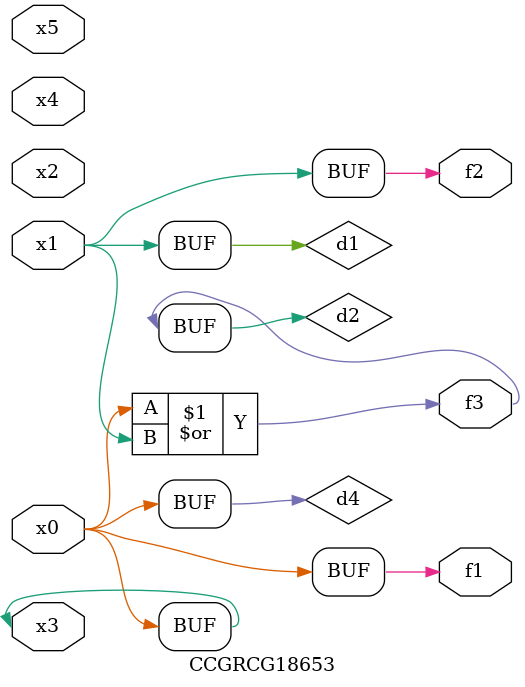
<source format=v>
module CCGRCG18653(
	input x0, x1, x2, x3, x4, x5,
	output f1, f2, f3
);

	wire d1, d2, d3, d4;

	and (d1, x1);
	or (d2, x0, x1);
	nand (d3, x0, x5);
	buf (d4, x0, x3);
	assign f1 = d4;
	assign f2 = d1;
	assign f3 = d2;
endmodule

</source>
